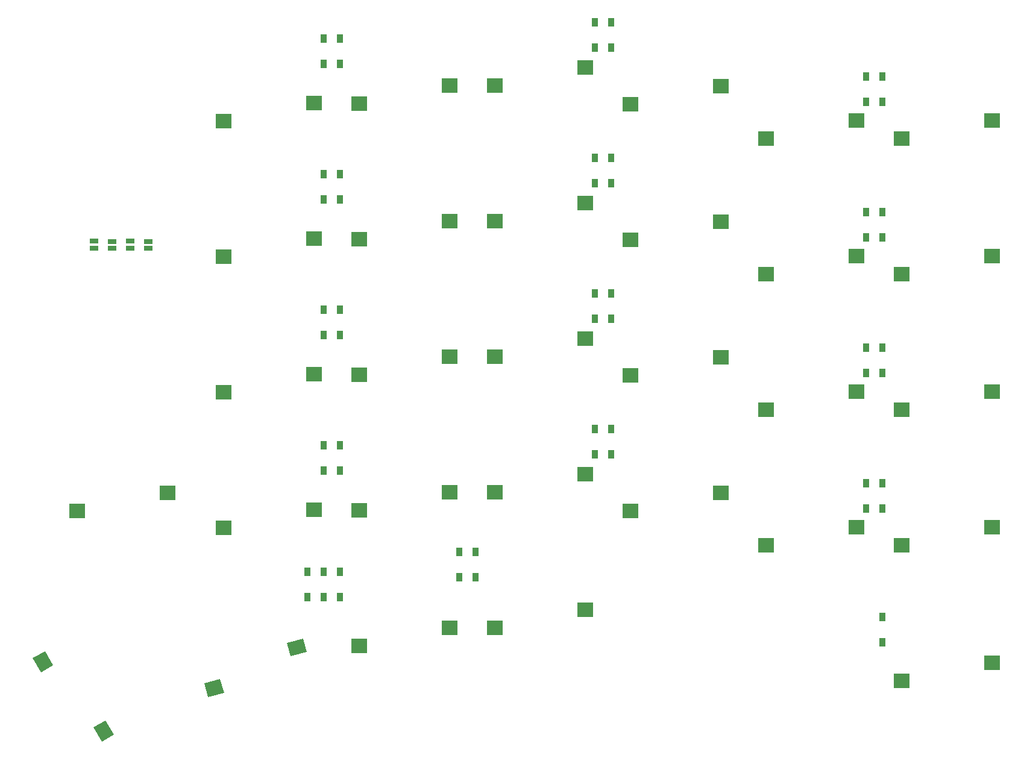
<source format=gbp>
G04 #@! TF.GenerationSoftware,KiCad,Pcbnew,(6.0.2-0)*
G04 #@! TF.CreationDate,2022-02-19T09:10:40+00:00*
G04 #@! TF.ProjectId,SofleKeyboard,536f666c-654b-4657-9962-6f6172642e6b,rev?*
G04 #@! TF.SameCoordinates,Original*
G04 #@! TF.FileFunction,Paste,Bot*
G04 #@! TF.FilePolarity,Positive*
%FSLAX46Y46*%
G04 Gerber Fmt 4.6, Leading zero omitted, Abs format (unit mm)*
G04 Created by KiCad (PCBNEW (6.0.2-0)) date 2022-02-19 09:10:40*
%MOMM*%
%LPD*%
G01*
G04 APERTURE LIST*
%ADD10R,0.950000X1.300000*%
%ADD11R,2.300000X2.000000*%
%ADD12R,1.143000X0.635000*%
G04 APERTURE END LIST*
D10*
X122174000Y-45723000D03*
X122174000Y-49273000D03*
X124460000Y-45723000D03*
X124460000Y-49273000D03*
X160274000Y-43437000D03*
X160274000Y-46987000D03*
X162560000Y-43437000D03*
X162560000Y-46987000D03*
X198374000Y-51057000D03*
X198374000Y-54607000D03*
X200660000Y-51057000D03*
X200660000Y-54607000D03*
X122174000Y-64773000D03*
X122174000Y-68323000D03*
X124460000Y-64773000D03*
X124460000Y-68323000D03*
X160274000Y-62487000D03*
X160274000Y-66037000D03*
X162560000Y-62487000D03*
X162560000Y-66037000D03*
X198374000Y-70107000D03*
X198374000Y-73657000D03*
X200660000Y-70107000D03*
X200660000Y-73657000D03*
X122174000Y-83823000D03*
X122174000Y-87373000D03*
X124460000Y-83823000D03*
X124460000Y-87373000D03*
X160274000Y-81537000D03*
X160274000Y-85087000D03*
X162560000Y-81537000D03*
X162560000Y-85087000D03*
X198374000Y-89157000D03*
X198374000Y-92707000D03*
X200660000Y-89157000D03*
X200660000Y-92707000D03*
X122174000Y-102873000D03*
X122174000Y-106423000D03*
X124460000Y-102873000D03*
X124460000Y-106423000D03*
X160274000Y-100587000D03*
X160274000Y-104137000D03*
X162560000Y-100587000D03*
X162560000Y-104137000D03*
X198374000Y-108207000D03*
X198374000Y-111757000D03*
X200660000Y-108207000D03*
X200660000Y-111757000D03*
X119888000Y-120646000D03*
X119888000Y-124196000D03*
X122174000Y-120653000D03*
X122174000Y-124203000D03*
X124460000Y-120646000D03*
X124460000Y-124196000D03*
X141224000Y-117856000D03*
X141224000Y-121406000D03*
X143510000Y-117859000D03*
X143510000Y-121409000D03*
X200660000Y-127003000D03*
X200660000Y-130553000D03*
D11*
X120827180Y-54769380D03*
X108127180Y-57309380D03*
X139826000Y-52268000D03*
X127126000Y-54808000D03*
X158926000Y-49750000D03*
X146226000Y-52290000D03*
X177927000Y-52369000D03*
X165227000Y-54909000D03*
X197026000Y-57169000D03*
X184326000Y-59709000D03*
X216025340Y-57170740D03*
X203325340Y-59710740D03*
X120827180Y-73819380D03*
X108127180Y-76359380D03*
X139826000Y-71318000D03*
X127126000Y-73858000D03*
X158926000Y-68800000D03*
X146226000Y-71340000D03*
X177927000Y-71419000D03*
X165227000Y-73959000D03*
X197026000Y-76219000D03*
X184326000Y-78759000D03*
X216025340Y-76220740D03*
X203325340Y-78760740D03*
X120827180Y-92869380D03*
X108127180Y-95409380D03*
X139826000Y-90368000D03*
X127126000Y-92908000D03*
X158926000Y-87850000D03*
X146226000Y-90390000D03*
X177927000Y-90469000D03*
X165227000Y-93009000D03*
X197026000Y-95269000D03*
X184326000Y-97809000D03*
X120827180Y-111919380D03*
X108127180Y-114459380D03*
X139826000Y-109418000D03*
X127126000Y-111958000D03*
X158926000Y-106900000D03*
X146226000Y-109440000D03*
X177927000Y-109519000D03*
X165227000Y-112059000D03*
X197026000Y-114319000D03*
X184326000Y-116859000D03*
G36*
X89832629Y-142485249D02*
G01*
X91564679Y-141485249D01*
X92714679Y-143477107D01*
X90982629Y-144477107D01*
X89832629Y-142485249D01*
G37*
G36*
X81282925Y-132756726D02*
G01*
X83014975Y-131756726D01*
X84164975Y-133748584D01*
X82432925Y-134748584D01*
X81282925Y-132756726D01*
G37*
G36*
X117551238Y-132497923D02*
G01*
X117033600Y-130566071D01*
X119255230Y-129970787D01*
X119772868Y-131902639D01*
X117551238Y-132497923D01*
G37*
G36*
X105941380Y-138238377D02*
G01*
X105423742Y-136306525D01*
X107645372Y-135711241D01*
X108163010Y-137643093D01*
X105941380Y-138238377D01*
G37*
X139826000Y-128468000D03*
X127126000Y-131008000D03*
X158926000Y-125950000D03*
X146226000Y-128490000D03*
X216025340Y-133370740D03*
X203325340Y-135910740D03*
X216025340Y-114320740D03*
X203325340Y-116860740D03*
X216025340Y-95270740D03*
X203325340Y-97810740D03*
X100218000Y-109514000D03*
X87518000Y-112054000D03*
D12*
X97536000Y-75176380D03*
X97536000Y-74175620D03*
X94996000Y-75168760D03*
X94996000Y-74168000D03*
X92456000Y-75176380D03*
X92456000Y-74175620D03*
X89916000Y-75168760D03*
X89916000Y-74168000D03*
M02*

</source>
